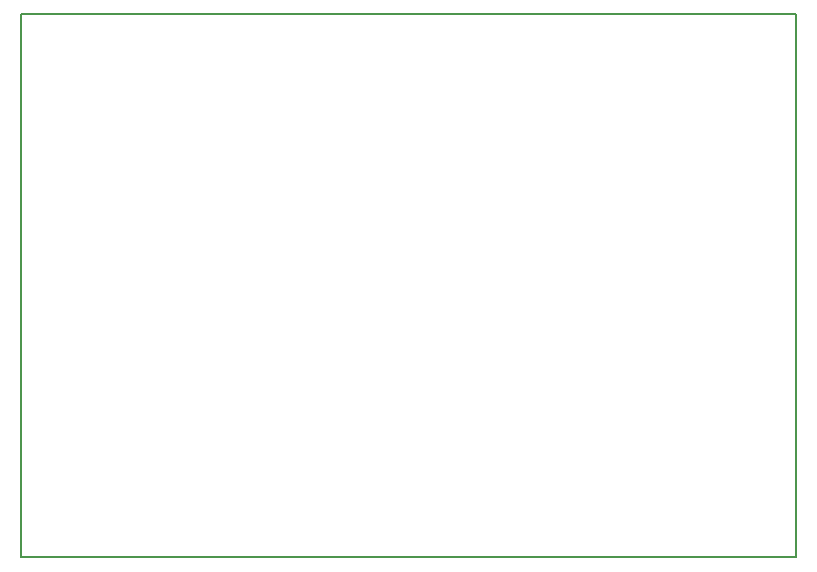
<source format=gm1>
G04 #@! TF.GenerationSoftware,KiCad,Pcbnew,8.0.5*
G04 #@! TF.CreationDate,2025-01-14T00:03:48-08:00*
G04 #@! TF.ProjectId,12v converter,31327620-636f-46e7-9665-727465722e6b,rev?*
G04 #@! TF.SameCoordinates,Original*
G04 #@! TF.FileFunction,Profile,NP*
%FSLAX46Y46*%
G04 Gerber Fmt 4.6, Leading zero omitted, Abs format (unit mm)*
G04 Created by KiCad (PCBNEW 8.0.5) date 2025-01-14 00:03:48*
%MOMM*%
%LPD*%
G01*
G04 APERTURE LIST*
G04 #@! TA.AperFunction,Profile*
%ADD10C,0.200000*%
G04 #@! TD*
G04 APERTURE END LIST*
D10*
X118611428Y-85747015D02*
X184300000Y-85747015D01*
X184300000Y-131700000D01*
X118611428Y-131700000D01*
X118611428Y-85747015D01*
M02*

</source>
